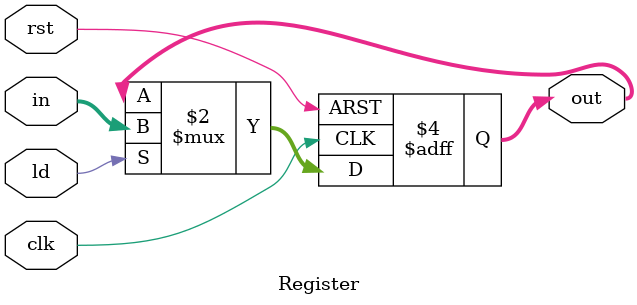
<source format=v>
module Register (in, ld, clk, rst, out);
    parameter N = 5;

    input [N-1:0] in;
    input ld, clk, rst;
    output reg [N-1:0] out;

    always @(posedge clk or posedge rst) begin
        if (rst)
            out <= {N{1'b0}};
        else if (ld)
            out <= in;
    end
endmodule
</source>
